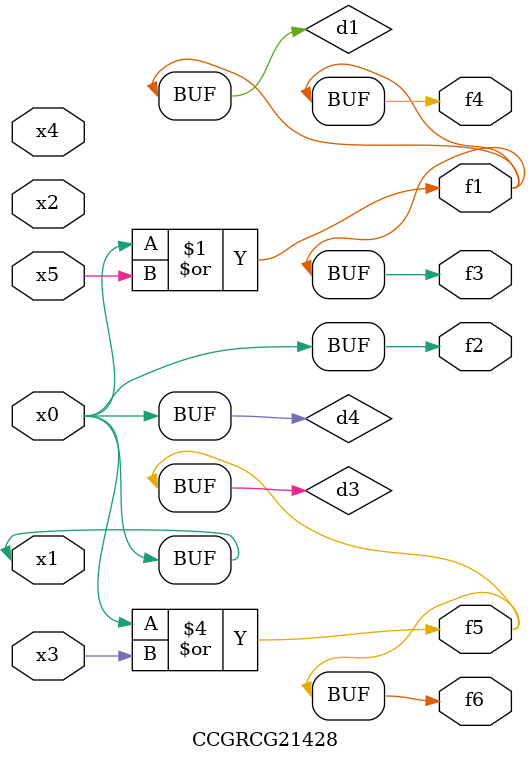
<source format=v>
module CCGRCG21428(
	input x0, x1, x2, x3, x4, x5,
	output f1, f2, f3, f4, f5, f6
);

	wire d1, d2, d3, d4;

	or (d1, x0, x5);
	xnor (d2, x1, x4);
	or (d3, x0, x3);
	buf (d4, x0, x1);
	assign f1 = d1;
	assign f2 = d4;
	assign f3 = d1;
	assign f4 = d1;
	assign f5 = d3;
	assign f6 = d3;
endmodule

</source>
